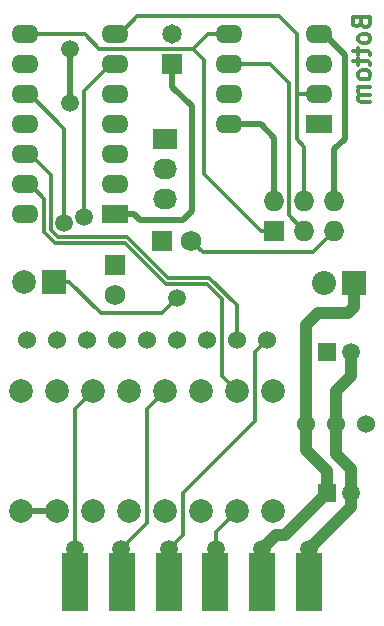
<source format=gbr>
G04 #@! TF.FileFunction,Copper,L2,Bot,Signal*
%FSLAX46Y46*%
G04 Gerber Fmt 4.6, Leading zero omitted, Abs format (unit mm)*
G04 Created by KiCad (PCBNEW 4.0.5) date 11/08/17 14:47:14*
%MOMM*%
%LPD*%
G01*
G04 APERTURE LIST*
%ADD10C,0.100000*%
%ADD11C,0.300000*%
%ADD12C,1.998980*%
%ADD13C,1.524000*%
%ADD14R,1.500000X1.500000*%
%ADD15C,1.500000*%
%ADD16R,2.300000X1.600000*%
%ADD17O,2.300000X1.600000*%
%ADD18R,1.700000X1.700000*%
%ADD19C,1.650000*%
%ADD20R,1.727200X1.727200*%
%ADD21C,1.727200*%
%ADD22R,2.250000X5.000000*%
%ADD23R,2.000000X2.000000*%
%ADD24C,2.000000*%
%ADD25O,1.727200X1.727200*%
%ADD26R,2.032000X1.727200*%
%ADD27O,2.032000X1.727200*%
%ADD28R,2.032000X2.032000*%
%ADD29O,2.032000X2.032000*%
%ADD30C,1.000000*%
%ADD31C,0.500000*%
G04 APERTURE END LIST*
D10*
D11*
X162770357Y-46295857D02*
X162841786Y-46510143D01*
X162913214Y-46581571D01*
X163056071Y-46653000D01*
X163270357Y-46653000D01*
X163413214Y-46581571D01*
X163484643Y-46510143D01*
X163556071Y-46367285D01*
X163556071Y-45795857D01*
X162056071Y-45795857D01*
X162056071Y-46295857D01*
X162127500Y-46438714D01*
X162198929Y-46510143D01*
X162341786Y-46581571D01*
X162484643Y-46581571D01*
X162627500Y-46510143D01*
X162698929Y-46438714D01*
X162770357Y-46295857D01*
X162770357Y-45795857D01*
X163556071Y-47510143D02*
X163484643Y-47367285D01*
X163413214Y-47295857D01*
X163270357Y-47224428D01*
X162841786Y-47224428D01*
X162698929Y-47295857D01*
X162627500Y-47367285D01*
X162556071Y-47510143D01*
X162556071Y-47724428D01*
X162627500Y-47867285D01*
X162698929Y-47938714D01*
X162841786Y-48010143D01*
X163270357Y-48010143D01*
X163413214Y-47938714D01*
X163484643Y-47867285D01*
X163556071Y-47724428D01*
X163556071Y-47510143D01*
X162556071Y-48438714D02*
X162556071Y-49010143D01*
X162056071Y-48653000D02*
X163341786Y-48653000D01*
X163484643Y-48724428D01*
X163556071Y-48867286D01*
X163556071Y-49010143D01*
X162556071Y-49295857D02*
X162556071Y-49867286D01*
X162056071Y-49510143D02*
X163341786Y-49510143D01*
X163484643Y-49581571D01*
X163556071Y-49724429D01*
X163556071Y-49867286D01*
X163556071Y-50581572D02*
X163484643Y-50438714D01*
X163413214Y-50367286D01*
X163270357Y-50295857D01*
X162841786Y-50295857D01*
X162698929Y-50367286D01*
X162627500Y-50438714D01*
X162556071Y-50581572D01*
X162556071Y-50795857D01*
X162627500Y-50938714D01*
X162698929Y-51010143D01*
X162841786Y-51081572D01*
X163270357Y-51081572D01*
X163413214Y-51010143D01*
X163484643Y-50938714D01*
X163556071Y-50795857D01*
X163556071Y-50581572D01*
X163556071Y-51724429D02*
X162556071Y-51724429D01*
X162698929Y-51724429D02*
X162627500Y-51795857D01*
X162556071Y-51938715D01*
X162556071Y-52153000D01*
X162627500Y-52295857D01*
X162770357Y-52367286D01*
X163556071Y-52367286D01*
X162770357Y-52367286D02*
X162627500Y-52438715D01*
X162556071Y-52581572D01*
X162556071Y-52795857D01*
X162627500Y-52938715D01*
X162770357Y-53010143D01*
X163556071Y-53010143D01*
D12*
X152273000Y-87630000D03*
X152273000Y-77470000D03*
X155321000Y-77470000D03*
X155321000Y-87630000D03*
X133985000Y-87630000D03*
X133985000Y-77470000D03*
X146177000Y-87630000D03*
X146177000Y-77470000D03*
X149225000Y-77470000D03*
X149225000Y-87630000D03*
X140081000Y-87630000D03*
X140081000Y-77470000D03*
X137033000Y-87630000D03*
X137033000Y-77470000D03*
X143129000Y-77470000D03*
X143129000Y-87630000D03*
D13*
X137033000Y-73152000D03*
X134493000Y-73152000D03*
X139573000Y-73152000D03*
D14*
X159925000Y-74168000D03*
D15*
X161925000Y-74168000D03*
D13*
X160655000Y-80264000D03*
X158115000Y-80264000D03*
X163195000Y-80264000D03*
D16*
X159258000Y-54864000D03*
D17*
X159258000Y-52324000D03*
X159258000Y-49784000D03*
X159258000Y-47244000D03*
X151638000Y-47244000D03*
X151638000Y-49784000D03*
X151638000Y-52324000D03*
X151638000Y-54864000D03*
D14*
X159893000Y-86106000D03*
D15*
X161893000Y-86106000D03*
D18*
X146812000Y-49744000D03*
D19*
X146812000Y-47244000D03*
D20*
X141986000Y-66802000D03*
D21*
X141986000Y-69302000D03*
D20*
X145923000Y-64770000D03*
D21*
X148423000Y-64770000D03*
D22*
X158369000Y-93599000D03*
X154406600Y-93599000D03*
X150444200Y-93599000D03*
X146481800Y-93599000D03*
X142519400Y-93599000D03*
X138557000Y-93599000D03*
D23*
X136779000Y-68199000D03*
D24*
X134239000Y-68199000D03*
D20*
X155448000Y-63881000D03*
D25*
X155448000Y-61341000D03*
X157988000Y-63881000D03*
X157988000Y-61341000D03*
X160528000Y-63881000D03*
X160528000Y-61341000D03*
D16*
X141986000Y-62484000D03*
D17*
X141986000Y-59944000D03*
X141986000Y-57404000D03*
X141986000Y-54864000D03*
X141986000Y-52324000D03*
X141986000Y-49784000D03*
X141986000Y-47244000D03*
X134366000Y-47244000D03*
X134366000Y-49784000D03*
X134366000Y-52324000D03*
X134366000Y-54864000D03*
X134366000Y-57404000D03*
X134366000Y-59944000D03*
X134366000Y-62484000D03*
D26*
X146177000Y-56134000D03*
D27*
X146177000Y-58674000D03*
X146177000Y-61214000D03*
D13*
X144653000Y-73152000D03*
X142113000Y-73152000D03*
X147193000Y-73152000D03*
X152273000Y-73152000D03*
X149733000Y-73152000D03*
X154813000Y-73152000D03*
D28*
X162179000Y-68326000D03*
D29*
X159639000Y-68326000D03*
D15*
X154432000Y-90805000D03*
X138168990Y-53086000D03*
X158369000Y-90805000D03*
X138176594Y-48511910D03*
X150495000Y-90805000D03*
X146558000Y-90805000D03*
X142494000Y-90805000D03*
X138557000Y-90805000D03*
X147191096Y-69595179D03*
X139319000Y-62738000D03*
X137647450Y-63256133D03*
D30*
X158115000Y-80264000D02*
X158115000Y-71888400D01*
X158115000Y-71888400D02*
X159131000Y-70872400D01*
X159131000Y-70872400D02*
X161648600Y-70872400D01*
X161648600Y-70872400D02*
X162179000Y-70342000D01*
X162179000Y-70342000D02*
X162179000Y-68326000D01*
X158115000Y-80264000D02*
X158115000Y-82423000D01*
X159893000Y-86106000D02*
X159893000Y-84201000D01*
X159893000Y-84201000D02*
X158115000Y-82423000D01*
X155575000Y-89662000D02*
X156337000Y-89662000D01*
X156337000Y-89662000D02*
X159893000Y-86106000D01*
X154432000Y-90805000D02*
X155575000Y-89662000D01*
D31*
X154432000Y-90805000D02*
X154432000Y-93573600D01*
X154432000Y-93573600D02*
X154406600Y-93599000D01*
D30*
X161925000Y-76200000D02*
X161925000Y-74168000D01*
X160655000Y-77470000D02*
X161925000Y-76200000D01*
X160655000Y-80264000D02*
X160655000Y-77470000D01*
X160655000Y-82804000D02*
X160655000Y-80264000D01*
X161893000Y-86106000D02*
X161893000Y-84042000D01*
X161893000Y-84042000D02*
X160655000Y-82804000D01*
X158369000Y-90805000D02*
X161893000Y-87281000D01*
X161893000Y-87281000D02*
X161893000Y-86106000D01*
D31*
X138176594Y-48511910D02*
X138176594Y-53078396D01*
X138176594Y-53078396D02*
X138168990Y-53086000D01*
X158369000Y-90805000D02*
X158369000Y-93599000D01*
X160528000Y-61341000D02*
X160528000Y-57006518D01*
X160528000Y-57006518D02*
X161400518Y-56134000D01*
X161400518Y-56134000D02*
X161400518Y-49036518D01*
X161400518Y-49036518D02*
X159608000Y-47244000D01*
X159608000Y-47244000D02*
X159258000Y-47244000D01*
X146812000Y-49744000D02*
X146812000Y-51689000D01*
X146812000Y-51689000D02*
X148463000Y-53340000D01*
X148463000Y-53340000D02*
X148463000Y-62230000D01*
X148463000Y-62230000D02*
X147701000Y-62992000D01*
X147701000Y-62992000D02*
X144044000Y-62992000D01*
X144044000Y-62992000D02*
X143536000Y-62484000D01*
X143536000Y-62484000D02*
X141986000Y-62484000D01*
X137033000Y-87630000D02*
X133985000Y-87630000D01*
X151638000Y-54864000D02*
X154286758Y-54864000D01*
X154286758Y-54864000D02*
X155448000Y-56025242D01*
X155448000Y-56025242D02*
X155448000Y-61341000D01*
D11*
X160528000Y-63881000D02*
X158684599Y-65724401D01*
X149377401Y-65724401D02*
X148423000Y-64770000D01*
X158684599Y-65724401D02*
X149377401Y-65724401D01*
X152273000Y-87630000D02*
X150495000Y-89408000D01*
X150495000Y-89408000D02*
X150495000Y-90805000D01*
X150444200Y-93599000D02*
X150444200Y-90855800D01*
X150444200Y-90855800D02*
X150495000Y-90805000D01*
X147701000Y-86106000D02*
X147701000Y-89662000D01*
X147701000Y-89662000D02*
X146558000Y-90805000D01*
X153797000Y-80010000D02*
X147701000Y-86106000D01*
X153797000Y-74168000D02*
X153797000Y-80010000D01*
X154813000Y-73152000D02*
X153797000Y-74168000D01*
X146558000Y-90805000D02*
X146558000Y-93522800D01*
X146558000Y-93522800D02*
X146481800Y-93599000D01*
X142494000Y-90805000D02*
X144653000Y-88646000D01*
X144653000Y-88646000D02*
X144653000Y-78994000D01*
X144653000Y-78994000D02*
X146177000Y-77470000D01*
X142519400Y-93599000D02*
X142519400Y-90830400D01*
X142519400Y-90830400D02*
X142494000Y-90805000D01*
X138557000Y-90805000D02*
X138557000Y-78994000D01*
X138557000Y-78994000D02*
X140081000Y-77470000D01*
X138557000Y-90805000D02*
X138557000Y-93599000D01*
X136779000Y-68199000D02*
X138079000Y-68199000D01*
X145932757Y-70853518D02*
X147191096Y-69595179D01*
X138079000Y-68199000D02*
X140733518Y-70853518D01*
X140733518Y-70853518D02*
X145932757Y-70853518D01*
X148560102Y-48469001D02*
X149499594Y-49408493D01*
X149499594Y-49408493D02*
X149499594Y-59096194D01*
X154284400Y-63881000D02*
X155448000Y-63881000D01*
X149499594Y-59096194D02*
X154284400Y-63881000D01*
X134366000Y-47244000D02*
X139397868Y-47244000D01*
X139397868Y-47244000D02*
X140622869Y-48469001D01*
X140622869Y-48469001D02*
X148560102Y-48469001D01*
X148560102Y-48469001D02*
X149785103Y-47244000D01*
X149785103Y-47244000D02*
X151638000Y-47244000D01*
X151638000Y-47259555D02*
X151638000Y-47244000D01*
X157988000Y-63881000D02*
X156711601Y-62604601D01*
X156711601Y-62604601D02*
X156711601Y-51428601D01*
X156711601Y-51428601D02*
X155067000Y-49784000D01*
X155067000Y-49784000D02*
X151638000Y-49784000D01*
X157344396Y-52324000D02*
X157344396Y-56125396D01*
X157344396Y-47225202D02*
X157344396Y-52324000D01*
X157344396Y-52324000D02*
X159258000Y-52324000D01*
X141986000Y-47244000D02*
X142336000Y-47244000D01*
X155867002Y-45747808D02*
X157344396Y-47225202D01*
X142336000Y-47244000D02*
X143832192Y-45747808D01*
X143832192Y-45747808D02*
X155867002Y-45747808D01*
X157344396Y-56125396D02*
X157988000Y-56769000D01*
X157988000Y-56769000D02*
X157988000Y-61341000D01*
X158908000Y-52324000D02*
X159258000Y-52324000D01*
X152273000Y-72074370D02*
X152273000Y-73152000D01*
X152273000Y-70208327D02*
X152273000Y-72074370D01*
X149942791Y-67878118D02*
X152273000Y-70208327D01*
X143003040Y-64406134D02*
X146475024Y-67878118D01*
X137095449Y-64406134D02*
X143003040Y-64406134D01*
X136497449Y-63808134D02*
X137095449Y-64406134D01*
X136497449Y-59185449D02*
X136497449Y-63808134D01*
X134716000Y-57404000D02*
X136497449Y-59185449D01*
X134366000Y-57404000D02*
X134716000Y-57404000D01*
X146475024Y-67878118D02*
X149942791Y-67878118D01*
X139319000Y-62738000D02*
X139319000Y-52101000D01*
X141636000Y-49784000D02*
X141986000Y-49784000D01*
X139319000Y-52101000D02*
X141636000Y-49784000D01*
X137647450Y-55255450D02*
X137647450Y-63256133D01*
X134716000Y-52324000D02*
X137647450Y-55255450D01*
X134366000Y-52324000D02*
X134716000Y-52324000D01*
X135947438Y-64035956D02*
X136867627Y-64956145D01*
X136867627Y-64956145D02*
X142775218Y-64956145D01*
X142775218Y-64956145D02*
X146247202Y-68428129D01*
X151001928Y-69715088D02*
X151001928Y-76198928D01*
X134716000Y-59944000D02*
X135947438Y-61175438D01*
X134366000Y-59944000D02*
X134716000Y-59944000D01*
X135947438Y-61175438D02*
X135947438Y-64035956D01*
X146247202Y-68428129D02*
X149714969Y-68428129D01*
X149714969Y-68428129D02*
X151001928Y-69715088D01*
X151001928Y-76198928D02*
X151273511Y-76470511D01*
X151273511Y-76470511D02*
X152273000Y-77470000D01*
M02*

</source>
